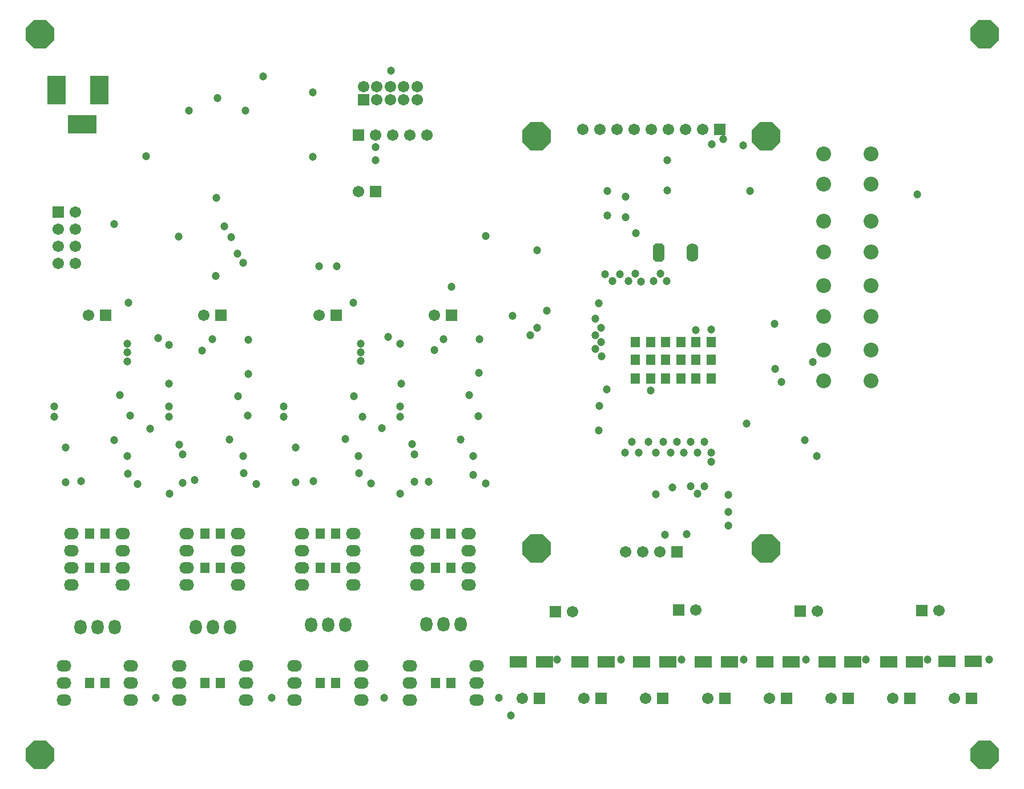
<source format=gbs>
G04 Layer_Color=16711935*
%FSTAX24Y24*%
%MOIN*%
G70*
G01*
G75*
%ADD56R,0.0580X0.0630*%
%ADD64R,0.0671X0.0671*%
%ADD65C,0.0671*%
%ADD66R,0.1080X0.1680*%
%ADD67R,0.1680X0.1080*%
%ADD68P,0.1791X8X22.5*%
%ADD69C,0.0867*%
%ADD70R,0.0671X0.0671*%
%ADD71O,0.0867X0.0671*%
%ADD72O,0.0710X0.0867*%
%ADD73O,0.0680X0.1080*%
G04:AMPARAMS|DCode=74|XSize=108mil|YSize=68mil|CornerRadius=0mil|HoleSize=0mil|Usage=FLASHONLY|Rotation=90.000|XOffset=0mil|YOffset=0mil|HoleType=Round|Shape=Octagon|*
%AMOCTAGOND74*
4,1,8,0.0170,0.0540,-0.0170,0.0540,-0.0340,0.0370,-0.0340,-0.0370,-0.0170,-0.0540,0.0170,-0.0540,0.0340,-0.0370,0.0340,0.0370,0.0170,0.0540,0.0*
%
%ADD74OCTAGOND74*%

%ADD75P,0.1791X8X292.5*%
%ADD76C,0.0474*%
%ADD77R,0.1045X0.0671*%
D56*
X011958Y014339D02*
D03*
X011058D02*
D03*
X011958Y012339D02*
D03*
X011058D02*
D03*
X005219D02*
D03*
X004319D02*
D03*
X011948Y005599D02*
D03*
X011048D02*
D03*
X005219Y005589D02*
D03*
X004319D02*
D03*
X005219Y014339D02*
D03*
X004319D02*
D03*
X025435Y012339D02*
D03*
X024535D02*
D03*
X018696D02*
D03*
X017796D02*
D03*
X025425Y005599D02*
D03*
X024525D02*
D03*
X018696Y005589D02*
D03*
X017796D02*
D03*
X025435Y014339D02*
D03*
X024535D02*
D03*
X018696D02*
D03*
X017796D02*
D03*
X037955Y025551D02*
D03*
X038855D02*
D03*
X037104Y023396D02*
D03*
X036204D02*
D03*
X037104Y024498D02*
D03*
X036204D02*
D03*
X037104Y025541D02*
D03*
X036204D02*
D03*
X040627Y023396D02*
D03*
X039727D02*
D03*
X040627Y024498D02*
D03*
X039727D02*
D03*
X040627Y025541D02*
D03*
X039727D02*
D03*
X037955Y023406D02*
D03*
X038855D02*
D03*
X037955Y024508D02*
D03*
X038855D02*
D03*
D64*
X021014Y034321D02*
D03*
X005262Y027096D02*
D03*
X020014Y037638D02*
D03*
X055825Y004705D02*
D03*
X052222D02*
D03*
X04862D02*
D03*
X045018D02*
D03*
X041415D02*
D03*
X037813D02*
D03*
X052929Y009843D02*
D03*
X045841Y009793D02*
D03*
X038715Y009862D02*
D03*
X034211Y004705D02*
D03*
X030608D02*
D03*
X031535Y009764D02*
D03*
X012003Y027096D02*
D03*
X018741D02*
D03*
X02548D02*
D03*
X020314Y039695D02*
D03*
X038623Y013269D02*
D03*
X041123Y037969D02*
D03*
D65*
X020014Y034321D02*
D03*
X004262Y027096D02*
D03*
X021014Y037638D02*
D03*
X022014D02*
D03*
X023014D02*
D03*
X024014D02*
D03*
X054825Y004705D02*
D03*
X051222D02*
D03*
X04762D02*
D03*
X044018D02*
D03*
X040415D02*
D03*
X036813D02*
D03*
X053929Y009843D02*
D03*
X046841Y009793D02*
D03*
X039715Y009862D02*
D03*
X033211Y004705D02*
D03*
X029608D02*
D03*
X032535Y009764D02*
D03*
X003485Y030126D02*
D03*
X002485D02*
D03*
X003485Y031126D02*
D03*
X002485D02*
D03*
X003485Y032126D02*
D03*
X002485D02*
D03*
X003485Y033126D02*
D03*
X011003Y027096D02*
D03*
X017741D02*
D03*
X02448D02*
D03*
X023463Y040482D02*
D03*
Y039695D02*
D03*
X022676Y040482D02*
D03*
Y039695D02*
D03*
X021889Y040482D02*
D03*
Y039695D02*
D03*
X021101Y040482D02*
D03*
Y039695D02*
D03*
X020314Y040482D02*
D03*
X037623Y013269D02*
D03*
X036623D02*
D03*
X035623D02*
D03*
X034123Y037969D02*
D03*
X035123D02*
D03*
X036123D02*
D03*
X037123D02*
D03*
X038123D02*
D03*
X039123D02*
D03*
X040123D02*
D03*
X033123D02*
D03*
D66*
X004902Y040285D02*
D03*
X002402D02*
D03*
D67*
X003902Y038285D02*
D03*
D68*
X056585Y043543D02*
D03*
X001417Y001398D02*
D03*
X056585D02*
D03*
X001417Y043543D02*
D03*
X043823Y037569D02*
D03*
X030423Y013474D02*
D03*
D69*
X049961Y023287D02*
D03*
X047205Y025059D02*
D03*
Y023287D02*
D03*
X049961Y025059D02*
D03*
Y027052D02*
D03*
X047205Y028824D02*
D03*
Y027052D02*
D03*
X049961Y028824D02*
D03*
Y030817D02*
D03*
X047205Y032589D02*
D03*
Y030817D02*
D03*
X049961Y032589D02*
D03*
Y034764D02*
D03*
X047205Y036535D02*
D03*
Y034764D02*
D03*
X049961Y036535D02*
D03*
D70*
X002485Y033126D02*
D03*
D71*
X009553Y004594D02*
D03*
Y005594D02*
D03*
Y006594D02*
D03*
X013453Y004594D02*
D03*
Y005595D02*
D03*
Y006594D02*
D03*
X002814Y004594D02*
D03*
Y005594D02*
D03*
Y006594D02*
D03*
X006714Y004594D02*
D03*
Y005595D02*
D03*
Y006594D02*
D03*
X013003Y011344D02*
D03*
Y012344D02*
D03*
Y013344D02*
D03*
Y014344D02*
D03*
X010003D02*
D03*
Y013344D02*
D03*
Y012344D02*
D03*
Y011344D02*
D03*
X006264D02*
D03*
Y012344D02*
D03*
Y013344D02*
D03*
Y014344D02*
D03*
X003264D02*
D03*
Y013344D02*
D03*
Y012344D02*
D03*
Y011344D02*
D03*
X02303Y004594D02*
D03*
Y005594D02*
D03*
Y006594D02*
D03*
X02693Y004594D02*
D03*
Y005595D02*
D03*
Y006594D02*
D03*
X016291Y004594D02*
D03*
Y005594D02*
D03*
Y006594D02*
D03*
X020191Y004594D02*
D03*
Y005595D02*
D03*
Y006594D02*
D03*
X02648Y011344D02*
D03*
Y012344D02*
D03*
Y013344D02*
D03*
Y014344D02*
D03*
X02348D02*
D03*
Y013344D02*
D03*
Y012344D02*
D03*
Y011344D02*
D03*
X019741D02*
D03*
Y012344D02*
D03*
Y013344D02*
D03*
Y014344D02*
D03*
X016741D02*
D03*
Y013344D02*
D03*
Y012344D02*
D03*
Y011344D02*
D03*
D72*
X012528Y008878D02*
D03*
X011528D02*
D03*
X010528D02*
D03*
X005789D02*
D03*
X004789D02*
D03*
X003789D02*
D03*
X026005Y009026D02*
D03*
X025005D02*
D03*
X024005D02*
D03*
X019266Y009006D02*
D03*
X018266D02*
D03*
X017266D02*
D03*
D73*
X039533Y030787D02*
D03*
D74*
X037549D02*
D03*
D75*
X030423Y037569D02*
D03*
X043823Y013474D02*
D03*
D76*
X021939Y041388D02*
D03*
X021024Y036181D02*
D03*
Y036929D02*
D03*
X010138Y039075D02*
D03*
X013435D02*
D03*
X03562Y034045D02*
D03*
Y032825D02*
D03*
X041331Y037394D02*
D03*
X040669Y037106D02*
D03*
X0425Y037028D02*
D03*
X034518Y022756D02*
D03*
X017372Y040128D02*
D03*
Y036358D02*
D03*
X036201Y029528D02*
D03*
X037264Y029104D02*
D03*
X038031D02*
D03*
X030453Y026378D02*
D03*
X030059Y025925D02*
D03*
X036539Y029071D02*
D03*
X035295Y029498D02*
D03*
X035797Y029114D02*
D03*
X034872Y029094D02*
D03*
X034419Y029508D02*
D03*
X037933Y014282D02*
D03*
X039203Y014301D02*
D03*
X037382Y016634D02*
D03*
X041634Y016614D02*
D03*
X039429Y017116D02*
D03*
X039833Y016654D02*
D03*
X040238Y017116D02*
D03*
X046791Y018868D02*
D03*
X04063Y018553D02*
D03*
X037411Y019085D02*
D03*
X040238Y019705D02*
D03*
X035984D02*
D03*
X042697Y020778D02*
D03*
X041634Y014793D02*
D03*
Y01562D02*
D03*
X038366Y017028D02*
D03*
X038051Y036171D02*
D03*
Y03439D02*
D03*
X05688Y006959D02*
D03*
X053261Y006959D02*
D03*
X049658D02*
D03*
X046161Y006959D02*
D03*
X04253Y006959D02*
D03*
X038898Y006959D02*
D03*
X035364Y006959D02*
D03*
X031646D02*
D03*
X036407Y019085D02*
D03*
X036949Y019705D02*
D03*
X037835D02*
D03*
X038632D02*
D03*
X011722Y033976D02*
D03*
X008199Y004724D02*
D03*
X01497D02*
D03*
X020039Y018858D02*
D03*
X010478Y01748D02*
D03*
X008976Y023091D02*
D03*
X021399Y020493D02*
D03*
X005768Y019813D02*
D03*
X002943Y019364D02*
D03*
X002264Y021772D02*
D03*
Y021171D02*
D03*
X006516Y024419D02*
D03*
X02501Y025709D02*
D03*
X020148Y024429D02*
D03*
X024449Y025069D02*
D03*
X020148Y024931D02*
D03*
X02248Y025443D02*
D03*
X020148D02*
D03*
X019774Y022382D02*
D03*
X020276Y021171D02*
D03*
X020748Y017274D02*
D03*
X01565Y021772D02*
D03*
Y021171D02*
D03*
X017382Y017402D02*
D03*
X016362Y019364D02*
D03*
X016368Y017352D02*
D03*
X04063Y02627D02*
D03*
X011782Y039793D02*
D03*
X014478Y041083D02*
D03*
X007646Y03639D02*
D03*
X038258Y019085D02*
D03*
X039016D02*
D03*
X039429Y019705D02*
D03*
X039843Y019085D02*
D03*
X04063D02*
D03*
X035581D02*
D03*
X037667Y029537D02*
D03*
X034104Y021801D02*
D03*
X033848Y025128D02*
D03*
X034232Y024695D02*
D03*
X006535Y018878D02*
D03*
X006555Y017835D02*
D03*
X006693Y02123D02*
D03*
X006516Y024931D02*
D03*
X010886Y025049D02*
D03*
X006516Y025423D02*
D03*
X008957Y025354D02*
D03*
X011506Y025699D02*
D03*
X006083Y022451D02*
D03*
X008337Y025787D02*
D03*
X020049Y017874D02*
D03*
X013307Y018878D02*
D03*
X013327Y017854D02*
D03*
X008967Y021171D02*
D03*
X01249Y019839D02*
D03*
X013573Y02123D02*
D03*
X012992Y022382D02*
D03*
X009764Y017303D02*
D03*
X009774Y018986D02*
D03*
X009567Y019547D02*
D03*
X014075Y017244D02*
D03*
X008948Y021781D02*
D03*
X013583Y023681D02*
D03*
X013593Y025679D02*
D03*
X023159Y019577D02*
D03*
X023297Y018967D02*
D03*
X023287Y017382D02*
D03*
X02747Y017264D02*
D03*
X022461Y021781D02*
D03*
X026732Y018868D02*
D03*
Y017776D02*
D03*
X027028Y021201D02*
D03*
X027057Y02373D02*
D03*
X027096Y025699D02*
D03*
X02253Y023091D02*
D03*
X022461Y021171D02*
D03*
X025984Y019852D02*
D03*
X019272Y019882D02*
D03*
X026506Y022451D02*
D03*
X02248Y016654D02*
D03*
X008996D02*
D03*
X009537Y031703D02*
D03*
X005768Y032431D02*
D03*
X011713Y029419D02*
D03*
X002933Y017352D02*
D03*
X003839Y017411D02*
D03*
X021772Y025837D02*
D03*
X019734Y027835D02*
D03*
X024144Y017372D02*
D03*
X006604Y027835D02*
D03*
X033858Y025925D02*
D03*
X034203Y025522D02*
D03*
X013287Y030157D02*
D03*
X012953Y030719D02*
D03*
X030453Y030915D02*
D03*
X017746Y02998D02*
D03*
X029045Y027057D02*
D03*
X01875Y02998D02*
D03*
X025472Y02876D02*
D03*
X027451Y031722D02*
D03*
X034065Y020374D02*
D03*
X028228Y004724D02*
D03*
X007146Y017244D02*
D03*
X007874Y020482D02*
D03*
X039715Y02624D02*
D03*
X037106Y022707D02*
D03*
X034567Y032943D02*
D03*
X034577Y03437D02*
D03*
X052677Y034163D02*
D03*
X03622Y0319D02*
D03*
X031024Y027382D02*
D03*
X034065Y027795D02*
D03*
X033858Y02689D02*
D03*
X034203Y026368D02*
D03*
X042894Y03438D02*
D03*
X046565Y02436D02*
D03*
X044341Y026604D02*
D03*
X046102Y019813D02*
D03*
X04438Y023976D02*
D03*
X044724Y023199D02*
D03*
X012598Y031663D02*
D03*
X012185Y032313D02*
D03*
X021516Y004724D02*
D03*
X028937Y003711D02*
D03*
D77*
X0544Y00687D02*
D03*
X055915D02*
D03*
X050984Y006841D02*
D03*
X0525D02*
D03*
X047382D02*
D03*
X048898D02*
D03*
X04378D02*
D03*
X045295D02*
D03*
X040177D02*
D03*
X041693D02*
D03*
X036575D02*
D03*
X038091D02*
D03*
X032973D02*
D03*
X034488D02*
D03*
X02937D02*
D03*
X030886D02*
D03*
M02*

</source>
